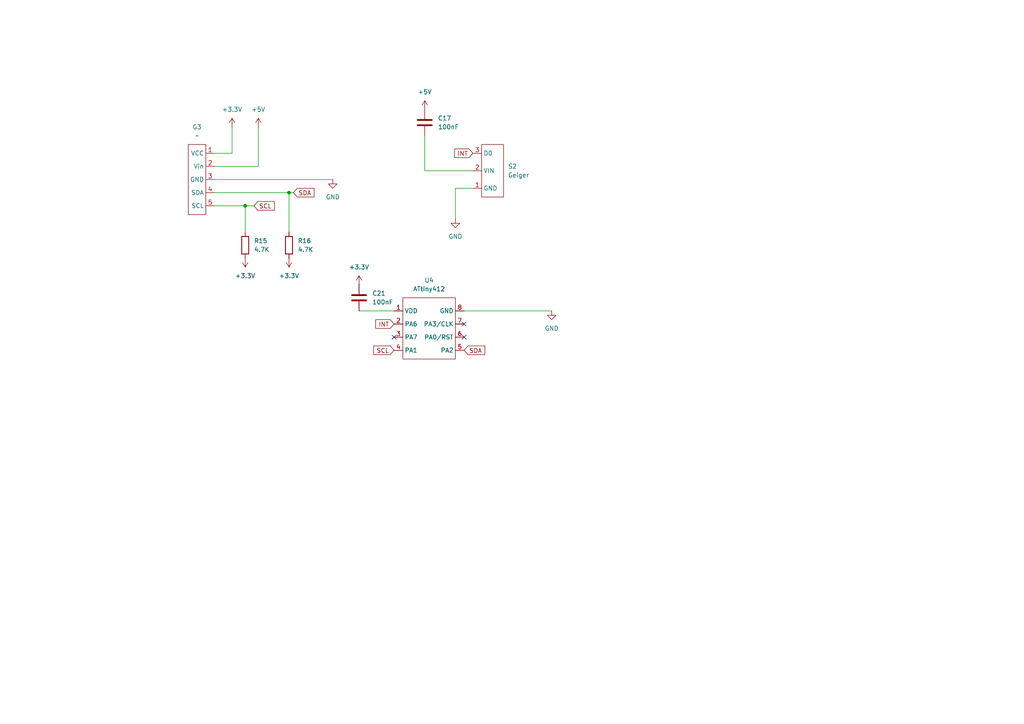
<source format=kicad_sch>
(kicad_sch (version 20250114) (generator "eeschema") (generator_version "9.0")
  (paper "A4")
  (lib_symbols
    (symbol "Device:C" (pin_numbers (hide yes)) (pin_names (offset 0.254))
      (property "Reference" "C" (at 0.635 2.54 0))
      (property "Value" "C" (at 0.635 -2.54 0))
      (symbol "C_0_1"
        (polyline (pts (xy -2.032 0.762) (xy 2.032 0.762)) (stroke (width 0.508)))
        (polyline (pts (xy -2.032 -0.762) (xy 2.032 -0.762)) (stroke (width 0.508)))
      )
      (symbol "C_1_1"
        (pin passive line (at 0 3.81 270) (length 2.794) (name "~") (number "1"))
        (pin passive line (at 0 -3.81 90) (length 2.794) (name "~") (number "2"))
      )
    )
    (symbol "Device:R" (pin_numbers (hide yes)) (pin_names (offset 0))
      (property "Reference" "R" (at 2.032 0 90))
      (property "Value" "R" (at 0 0 90))
      (symbol "R_0_1"
        (rectangle (start -1.016 -2.54) (end 1.016 2.54) (stroke (width 0.254)))
      )
      (symbol "R_1_1"
        (pin passive line (at 0 3.81 270) (length 1.27) (name "~") (number "1"))
        (pin passive line (at 0 -3.81 90) (length 1.27) (name "~") (number "2"))
      )
    )
    (symbol "air_sens_lib:ATtiny412"
      (property "Reference" "U" (at -2.54 2.032 0))
      (symbol "ATtiny412_0_1"
        (rectangle (start -10.16 22.86) (end 5.08 5.08))
      )
      (symbol "ATtiny412_1_1"
        (pin power_in line (at -12.7 19.05 0) (length 2.54) (name "VDD") (number "1"))
        (pin bidirectional line (at -12.7 15.24 0) (length 2.54) (name "PA6") (number "2"))
        (pin bidirectional line (at -12.7 11.43 0) (length 2.54) (name "PA7") (number "3"))
        (pin bidirectional line (at -12.7 7.62 0) (length 2.54) (name "PA1") (number "4"))
        (pin power_in line (at 7.62 19.05 180) (length 2.54) (name "GND") (number "8"))
        (pin bidirectional line (at 7.62 15.24 180) (length 2.54) (name "PA3/CLK") (number "7"))
        (pin bidirectional line (at 7.62 11.43 180) (length 2.54) (name "PA0/RST") (number "6"))
        (pin bidirectional line (at 7.62 7.62 180) (length 2.54) (name "PA2") (number "5"))
      )
    )
    (symbol "air_sens_lib:Geiger"
      (property "Reference" "S" (at 0 0 0))
      (symbol "Geiger_0_1"
        (rectangle (start -1.27 25.4) (end -7.62 10.16))
      )
      (symbol "Geiger_1_1"
        (pin power_in line (at 1.27 22.86 180) (length 2.54) (name "GND") (number "1"))
        (pin power_in line (at 1.27 17.78 180) (length 2.54) (name "VIN") (number "2"))
        (pin output line (at 1.27 12.7 180) (length 2.54) (name "D0") (number "3"))
      )
    )
    (symbol "air_sens_lib:module_gpio"
      (property "Reference" "G" (at 5.842 3.048 0))
      (symbol "module_gpio_0_1"
        (rectangle (start 7.62 26.67) (end 2.54 6.35))
      )
      (symbol "module_gpio_1_1"
        (pin power_in line (at 10.16 24.13 180) (length 2.54) (name "VCC") (number "1"))
        (pin power_in line (at 10.16 20.32 180) (length 2.54) (name "Vin") (number "2"))
        (pin power_in line (at 10.16 16.51 180) (length 2.54) (name "GND") (number "3"))
        (pin bidirectional line (at 10.16 12.7 180) (length 2.54) (name "SDA") (number "4"))
        (pin bidirectional line (at 10.16 8.89 180) (length 2.54) (name "SCL") (number "5"))
      )
    )
    (symbol "power:+3.3V" (power) (pin_numbers (hide yes)) (pin_names (offset 0) (hide yes))
      (property "Value" "+3.3V" (at 0 3.556 0))
      (symbol "+3.3V_0_1"
        (polyline (pts (xy -0.762 1.27) (xy 0 2.54)))
        (polyline (pts (xy 0 2.54) (xy 0.762 1.27)))
        (polyline (pts (xy 0 0) (xy 0 2.54)))
      )
      (symbol "+3.3V_1_1"
        (pin power_in line (at 0 0 90) (length 0) (name "~") (number "1"))
      )
    )
    (symbol "power:+5V" (power) (pin_numbers (hide yes)) (pin_names (offset 0) (hide yes))
      (property "Value" "+5V" (at 0 3.556 0))
      (symbol "+5V_0_1"
        (polyline (pts (xy -0.762 1.27) (xy 0 2.54)))
        (polyline (pts (xy 0 2.54) (xy 0.762 1.27)))
        (polyline (pts (xy 0 0) (xy 0 2.54)))
      )
      (symbol "+5V_1_1"
        (pin power_in line (at 0 0 90) (length 0) (name "~") (number "1"))
      )
    )
    (symbol "power:GND" (power) (pin_numbers (hide yes)) (pin_names (offset 0) (hide yes))
      (property "Value" "GND" (at 0 -3.81 0))
      (symbol "GND_0_1"
        (polyline (pts (xy 0 0) (xy 0 -1.27) (xy 1.27 -1.27) (xy 0 -2.54) (xy -1.27 -1.27) (xy 0 -1.27)))
      )
      (symbol "GND_1_1"
        (pin power_in line (at 0 0 270) (length 0) (name "~") (number "1"))
      )
    )
  )
  (junction (at 83.82 55.88))
  (junction (at 71.12 59.69))
  (no_connect (at 134.62 93.98))
  (no_connect (at 134.62 97.79))
  (no_connect (at 114.3 97.79))
  (wire (pts (xy 134.62 90.17) (xy 160.02 90.17)))
  (wire (pts (xy 62.23 44.45) (xy 67.31 44.45)))
  (wire (pts (xy 137.16 49.53) (xy 123.19 49.53)))
  (wire (pts (xy 132.08 54.61) (xy 132.08 63.5)))
  (wire (pts (xy 137.16 54.61) (xy 132.08 54.61)))
  (wire (pts (xy 62.23 55.88) (xy 83.82 55.88)))
  (wire (pts (xy 83.82 55.88) (xy 83.82 67.31)))
  (wire (pts (xy 71.12 59.69) (xy 73.66 59.69)))
  (wire (pts (xy 123.19 49.53) (xy 123.19 39.37)))
  (wire (pts (xy 62.23 48.26) (xy 74.93 48.26)))
  (wire (pts (xy 71.12 59.69) (xy 71.12 67.31)))
  (wire (pts (xy 74.93 48.26) (xy 74.93 36.83)))
  (wire (pts (xy 62.23 52.07) (xy 96.52 52.07)))
  (wire (pts (xy 67.31 44.45) (xy 67.31 36.83)))
  (wire (pts (xy 83.82 55.88) (xy 85.09 55.88)))
  (wire (pts (xy 62.23 59.69) (xy 71.12 59.69)))
  (wire (pts (xy 104.14 90.17) (xy 114.3 90.17)))
  (global_label "SDA" (shape input) (at 134.62 101.6 0) (property "Intersheetrefs" "${INTERSHEET_REFS}" (effects (hide yes))))
  (global_label "SDA" (shape input) (at 85.09 55.88 0) (property "Intersheetrefs" "${INTERSHEET_REFS}" (effects (hide yes))))
  (global_label "SCL" (shape input) (at 114.3 101.6 180) (property "Intersheetrefs" "${INTERSHEET_REFS}" (effects (hide yes))))
  (global_label "INT" (shape input) (at 114.3 93.98 180) (property "Intersheetrefs" "${INTERSHEET_REFS}" (effects (hide yes))))
  (global_label "INT" (shape input) (at 137.16 44.45 180) (property "Intersheetrefs" "${INTERSHEET_REFS}" (effects (hide yes))))
  (global_label "SCL" (shape input) (at 73.66 59.69 0) (property "Intersheetrefs" "${INTERSHEET_REFS}" (effects (hide yes))))
  (symbol (lib_id "power:+5V") (at 74.93 36.83 0) (unit 1)
    (property "Reference" "#PWR042" (effects (hide yes)))
    (property "Value" "+5V" (at 74.93 31.75 0))
    (property "Description" "Power symbol creates a global label with name \"+5V\"" (effects (hide yes)))
  )
  (symbol (lib_id "air_sens_lib:Geiger") (at 138.43 31.75 180) (unit 1)
    (property "Reference" "S2" (at 147.32 48.2599 0) (effects (justify right)))
    (property "Value" "Geiger" (at 147.32 50.7999 0) (effects (justify right)))
  )
  (symbol (lib_id "air_sens_lib:ATtiny412") (at 127 109.22 0) (unit 1)
    (property "Reference" "U4" (at 124.46 81.28 0))
    (property "Value" "ATtiny412" (at 124.46 83.82 0))
  )
  (symbol (lib_id "air_sens_lib:module_gpio") (at 52.07 68.58 0) (unit 1)
    (property "Reference" "G3" (at 57.15 36.83 0))
    (property "Value" "~" (at 57.15 39.37 0))
  )
  (symbol (lib_id "power:GND") (at 160.02 90.17 0) (unit 1)
    (property "Reference" "#PWR053" (effects (hide yes)))
    (property "Value" "GND" (at 160.02 95.25 0))
    (property "Description" "Power symbol creates a global label with name \"GND\" , ground" (effects (hide yes)))
  )
  (symbol (lib_id "power:+3.3V") (at 83.82 74.93 0) (mirror x) (unit 1)
    (property "Reference" "#PWR050" (effects (hide yes)))
    (property "Value" "+3.3V" (at 83.82 80.01 0))
    (property "Description" "Power symbol creates a global label with name \"+3.3V\"" (effects (hide yes)))
  )
  (symbol (lib_id "power:+3.3V") (at 71.12 74.93 180) (unit 1)
    (property "Reference" "#PWR049" (effects (hide yes)))
    (property "Value" "+3.3V" (at 71.12 80.01 0))
    (property "Description" "Power symbol creates a global label with name \"+3.3V\"" (effects (hide yes)))
  )
  (symbol (lib_id "power:GND") (at 132.08 63.5 0) (unit 1)
    (property "Reference" "#PWR051" (effects (hide yes)))
    (property "Value" "GND" (at 132.08 68.58 0))
    (property "Description" "Power symbol creates a global label with name \"GND\" , ground" (effects (hide yes)))
  )
  (symbol (lib_id "power:+5V") (at 123.19 31.75 0) (unit 1)
    (property "Reference" "#PWR052" (effects (hide yes)))
    (property "Value" "+5V" (at 123.19 26.67 0))
    (property "Description" "Power symbol creates a global label with name \"+5V\"" (effects (hide yes)))
  )
  (symbol (lib_id "Device:R") (at 83.82 71.12 0) (unit 1)
    (property "Reference" "R16" (at 86.36 69.8499 0) (effects (justify left)))
    (property "Value" "4.7K" (at 86.36 72.3899 0) (effects (justify left)))
    (property "Description" "Resistor" (effects (hide yes)))
  )
  (symbol (lib_id "Device:C") (at 104.14 86.36 0) (unit 1)
    (property "Reference" "C21" (at 107.95 85.0899 0) (effects (justify left)))
    (property "Value" "100nF" (at 107.95 87.6299 0) (effects (justify left)))
    (property "Description" "Unpolarized capacitor" (effects (hide yes)))
  )
  (symbol (lib_id "power:GND") (at 96.52 52.07 0) (unit 1)
    (property "Reference" "#PWR047" (effects (hide yes)))
    (property "Value" "GND" (at 96.52 57.15 0))
    (property "Description" "Power symbol creates a global label with name \"GND\" , ground" (effects (hide yes)))
  )
  (symbol (lib_id "power:+3.3V") (at 104.14 82.55 0) (unit 1)
    (property "Reference" "#PWR059" (effects (hide yes)))
    (property "Value" "+3.3V" (at 104.14 77.47 0))
    (property "Description" "Power symbol creates a global label with name \"+3.3V\"" (effects (hide yes)))
  )
  (symbol (lib_id "Device:R") (at 71.12 71.12 0) (unit 1)
    (property "Reference" "R15" (at 73.66 69.8499 0) (effects (justify left)))
    (property "Value" "4.7K" (at 73.66 72.3899 0) (effects (justify left)))
    (property "Description" "Resistor" (effects (hide yes)))
  )
  (symbol (lib_id "Device:C") (at 123.19 35.56 0) (unit 1)
    (property "Reference" "C17" (at 127 34.2899 0) (effects (justify left)))
    (property "Value" "100nF" (at 127 36.8299 0) (effects (justify left)))
    (property "Description" "Unpolarized capacitor" (effects (hide yes)))
  )
  (symbol (lib_id "power:+3.3V") (at 67.31 36.83 0) (unit 1)
    (property "Reference" "#PWR048" (effects (hide yes)))
    (property "Value" "+3.3V" (at 67.31 31.75 0))
    (property "Description" "Power symbol creates a global label with name \"+3.3V\"" (effects (hide yes)))
  )
)
</source>
